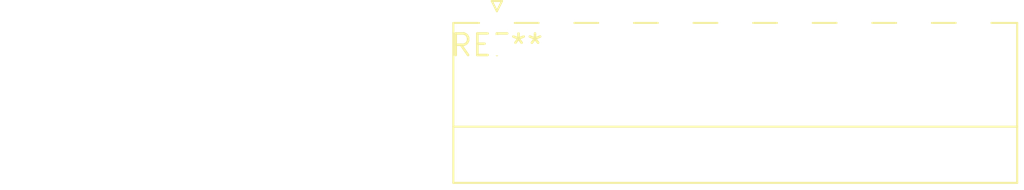
<source format=kicad_pcb>
(kicad_pcb (version 20240108) (generator pcbnew)
  (layers (0 "F.Cu" signal) (31 "B.Cu" signal) (34 "B.Paste" user) (35 "F.Paste" user) (36 "B.SilkS" user "B.Silkscreen") (37 "F.SilkS" user "F.Silkscreen") (38 "B.Mask" user) (39 "F.Mask" user) (44 "Edge.Cuts" user))
  (net 0 "")
  (footprint "PhoenixContact_MC_1,5_9-G-3.5_1x09_P3.50mm_Horizontal" (layer "F.Cu") (at 0 0)
    (property "Reference" "REF**")
    (property "Value" "PhoenixContact_MC_1,5_9-G-3.5_1x09_P3.50mm_Horizontal")
    (fp_line (start -2.56 -1.31) (end -2.56 8.11) (layer "F.SilkS") (stroke (width 0.12)))
    (fp_line (start -2.56 -1.31) (end -1.05 -1.31) (layer "F.SilkS") (stroke (width 0.12)))
    (fp_line (start -2.56 4.8) (end 30.56 4.8) (layer "F.SilkS") (stroke (width 0.12)))
    (fp_line (start -2.56 8.11) (end 30.56 8.11) (layer "F.SilkS") (stroke (width 0.12)))
    (fp_line (start -0.3 -2.6) (end 0.3 -2.6) (layer "F.SilkS") (stroke (width 0.12)))
    (fp_line (start 0 -2) (end -0.3 -2.6) (layer "F.SilkS") (stroke (width 0.12)))
    (fp_line (start 0.3 -2.6) (end 0 -2) (layer "F.SilkS") (stroke (width 0.12)))
    (fp_line (start 1.05 -1.31) (end 2.45 -1.31) (layer "F.SilkS") (stroke (width 0.12)))
    (fp_line (start 4.55 -1.31) (end 5.95 -1.31) (layer "F.SilkS") (stroke (width 0.12)))
    (fp_line (start 8.05 -1.31) (end 9.45 -1.31) (layer "F.SilkS") (stroke (width 0.12)))
    (fp_line (start 11.55 -1.31) (end 12.95 -1.31) (layer "F.SilkS") (stroke (width 0.12)))
    (fp_line (start 15.05 -1.31) (end 16.45 -1.31) (layer "F.SilkS") (stroke (width 0.12)))
    (fp_line (start 18.55 -1.31) (end 19.95 -1.31) (layer "F.SilkS") (stroke (width 0.12)))
    (fp_line (start 22.05 -1.31) (end 23.45 -1.31) (layer "F.SilkS") (stroke (width 0.12)))
    (fp_line (start 25.55 -1.31) (end 26.95 -1.31) (layer "F.SilkS") (stroke (width 0.12)))
    (fp_line (start 30.56 -1.31) (end 29.05 -1.31) (layer "F.SilkS") (stroke (width 0.12)))
    (fp_line (start 30.56 8.11) (end 30.56 -1.31) (layer "F.SilkS") (stroke (width 0.12)))
    (pad "1" thru_hole roundrect (at 0 0) (size 1.8 3.6) (drill 1.2) (layers *.Cu *.Mask) (remove_unused_layers) (roundrect_rratio 0.138889))
    (pad "2" thru_hole oval (at 3.5 0) (size 1.8 3.6) (drill 1.2) (layers *.Cu *.Mask) (remove_unused_layers))
    (pad "3" thru_hole oval (at 7 0) (size 1.8 3.6) (drill 1.2) (layers *.Cu *.Mask) (remove_unused_layers))
    (pad "4" thru_hole oval (at 10.5 0) (size 1.8 3.6) (drill 1.2) (layers *.Cu *.Mask) (remove_unused_layers))
    (pad "5" thru_hole oval (at 14 0) (size 1.8 3.6) (drill 1.2) (layers *.Cu *.Mask) (remove_unused_layers))
    (pad "6" thru_hole oval (at 17.5 0) (size 1.8 3.6) (drill 1.2) (layers *.Cu *.Mask) (remove_unused_layers))
    (pad "7" thru_hole oval (at 21 0) (size 1.8 3.6) (drill 1.2) (layers *.Cu *.Mask) (remove_unused_layers))
    (pad "8" thru_hole oval (at 24.5 0) (size 1.8 3.6) (drill 1.2) (layers *.Cu *.Mask) (remove_unused_layers))
    (pad "9" thru_hole oval (at 28 0) (size 1.8 3.6) (drill 1.2) (layers *.Cu *.Mask) (remove_unused_layers))
  )
)
</source>
